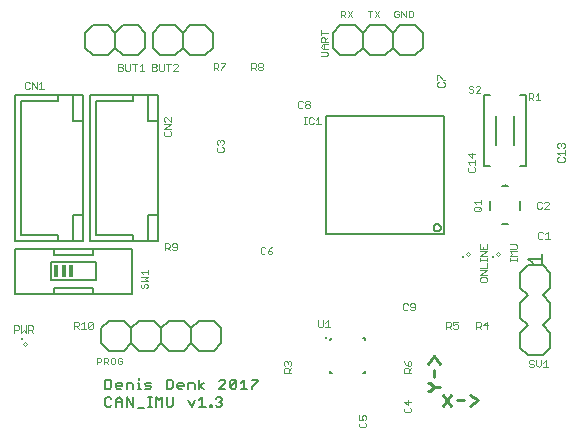
<source format=gbr>
G75*
%MOIN*%
%OFA0B0*%
%FSLAX25Y25*%
%IPPOS*%
%LPD*%
%AMOC8*
5,1,8,0,0,1.08239X$1,22.5*
%
%ADD10C,0.00800*%
%ADD11C,0.01100*%
%ADD12C,0.00400*%
%ADD13C,0.00200*%
%ADD14C,0.00500*%
%ADD15C,0.00000*%
%ADD16C,0.00250*%
%ADD17C,0.00984*%
%ADD18C,0.00600*%
%ADD19C,0.00300*%
%ADD20R,0.01500X0.04000*%
%ADD21C,0.00787*%
%ADD22C,0.01000*%
D10*
X0052950Y0017223D02*
X0053473Y0016700D01*
X0054520Y0016700D01*
X0055043Y0017223D01*
X0056575Y0016700D02*
X0056575Y0018793D01*
X0057622Y0019840D01*
X0058668Y0018793D01*
X0058668Y0016700D01*
X0060200Y0016700D02*
X0060200Y0019840D01*
X0062293Y0016700D01*
X0062293Y0019840D01*
X0062293Y0022606D02*
X0062293Y0024175D01*
X0061770Y0024699D01*
X0060200Y0024699D01*
X0060200Y0022606D01*
X0058668Y0023652D02*
X0056575Y0023652D01*
X0056575Y0023129D02*
X0056575Y0024175D01*
X0057098Y0024699D01*
X0058145Y0024699D01*
X0058668Y0024175D01*
X0058668Y0023652D01*
X0058145Y0022606D02*
X0057098Y0022606D01*
X0056575Y0023129D01*
X0055043Y0023129D02*
X0055043Y0025222D01*
X0054520Y0025745D01*
X0052950Y0025745D01*
X0052950Y0022606D01*
X0054520Y0022606D01*
X0055043Y0023129D01*
X0054520Y0019840D02*
X0053473Y0019840D01*
X0052950Y0019316D01*
X0052950Y0017223D01*
X0056575Y0018270D02*
X0058668Y0018270D01*
X0055043Y0019316D02*
X0054520Y0019840D01*
X0063825Y0022606D02*
X0064872Y0022606D01*
X0064349Y0022606D02*
X0064349Y0024699D01*
X0063825Y0024699D01*
X0064349Y0025745D02*
X0064349Y0026268D01*
X0066242Y0024175D02*
X0066765Y0024699D01*
X0068335Y0024699D01*
X0067812Y0023652D02*
X0068335Y0023129D01*
X0067812Y0022606D01*
X0066242Y0022606D01*
X0066765Y0023652D02*
X0066242Y0024175D01*
X0066765Y0023652D02*
X0067812Y0023652D01*
X0067974Y0019840D02*
X0067974Y0016700D01*
X0067451Y0016700D02*
X0068497Y0016700D01*
X0069867Y0016700D02*
X0069867Y0019840D01*
X0070914Y0018793D01*
X0071960Y0019840D01*
X0071960Y0016700D01*
X0073492Y0017223D02*
X0074016Y0016700D01*
X0075062Y0016700D01*
X0075586Y0017223D01*
X0075586Y0019840D01*
X0073492Y0019840D02*
X0073492Y0017223D01*
X0068497Y0019840D02*
X0067451Y0019840D01*
X0065919Y0016177D02*
X0063825Y0016177D01*
X0073492Y0022606D02*
X0075062Y0022606D01*
X0075586Y0023129D01*
X0075586Y0025222D01*
X0075062Y0025745D01*
X0073492Y0025745D01*
X0073492Y0022606D01*
X0077118Y0023129D02*
X0077118Y0024175D01*
X0077641Y0024699D01*
X0078687Y0024699D01*
X0079211Y0024175D01*
X0079211Y0023652D01*
X0077118Y0023652D01*
X0077118Y0023129D02*
X0077641Y0022606D01*
X0078687Y0022606D01*
X0080743Y0022606D02*
X0080743Y0024699D01*
X0082313Y0024699D01*
X0082836Y0024175D01*
X0082836Y0022606D01*
X0084368Y0022606D02*
X0084368Y0025745D01*
X0085938Y0024699D02*
X0084368Y0023652D01*
X0085938Y0022606D01*
X0085414Y0019840D02*
X0085414Y0016700D01*
X0084368Y0016700D02*
X0086461Y0016700D01*
X0087993Y0016700D02*
X0088516Y0016700D01*
X0088516Y0017223D01*
X0087993Y0017223D01*
X0087993Y0016700D01*
X0089806Y0017223D02*
X0090329Y0016700D01*
X0091375Y0016700D01*
X0091899Y0017223D01*
X0091899Y0017747D01*
X0091375Y0018270D01*
X0090852Y0018270D01*
X0091375Y0018270D02*
X0091899Y0018793D01*
X0091899Y0019316D01*
X0091375Y0019840D01*
X0090329Y0019840D01*
X0089806Y0019316D01*
X0091014Y0022606D02*
X0093107Y0024699D01*
X0093107Y0025222D01*
X0092584Y0025745D01*
X0091537Y0025745D01*
X0091014Y0025222D01*
X0094639Y0025222D02*
X0095162Y0025745D01*
X0096209Y0025745D01*
X0096732Y0025222D01*
X0094639Y0023129D01*
X0095162Y0022606D01*
X0096209Y0022606D01*
X0096732Y0023129D01*
X0096732Y0025222D01*
X0098264Y0024699D02*
X0099311Y0025745D01*
X0099311Y0022606D01*
X0100357Y0022606D02*
X0098264Y0022606D01*
X0101889Y0022606D02*
X0101889Y0023129D01*
X0103982Y0025222D01*
X0103982Y0025745D01*
X0101889Y0025745D01*
X0094639Y0025222D02*
X0094639Y0023129D01*
X0093107Y0022606D02*
X0091014Y0022606D01*
X0085414Y0019840D02*
X0084368Y0018793D01*
X0082836Y0018793D02*
X0081789Y0016700D01*
X0080743Y0018793D01*
X0179410Y0096989D02*
X0179410Y0120611D01*
X0181379Y0120611D01*
X0183347Y0113721D02*
X0183347Y0104076D01*
X0189253Y0103879D02*
X0189253Y0113721D01*
X0191221Y0120611D02*
X0193190Y0120611D01*
X0193190Y0096989D01*
X0191221Y0096989D01*
X0181379Y0096989D02*
X0179410Y0096989D01*
D11*
X0162548Y0033660D02*
X0164500Y0031058D01*
X0162548Y0029056D02*
X0162548Y0026454D01*
X0161247Y0024452D02*
X0160597Y0024452D01*
X0161247Y0024452D02*
X0162548Y0023151D01*
X0164500Y0023151D01*
X0162548Y0023151D02*
X0161247Y0021850D01*
X0160597Y0021850D01*
X0165538Y0020753D02*
X0168140Y0016850D01*
X0165538Y0016850D02*
X0168140Y0020753D01*
X0170142Y0018802D02*
X0172744Y0018802D01*
X0174746Y0016850D02*
X0177348Y0018802D01*
X0174746Y0020753D01*
X0160597Y0031058D02*
X0162548Y0033660D01*
D12*
X0076834Y0069301D02*
X0076834Y0070742D01*
X0076474Y0071102D01*
X0075754Y0071102D01*
X0075394Y0070742D01*
X0075394Y0070382D01*
X0075754Y0070021D01*
X0076834Y0070021D01*
X0076834Y0069301D02*
X0076474Y0068941D01*
X0075754Y0068941D01*
X0075394Y0069301D01*
X0074478Y0068941D02*
X0073758Y0069661D01*
X0074118Y0069661D02*
X0073037Y0069661D01*
X0073037Y0068941D02*
X0073037Y0071102D01*
X0074118Y0071102D01*
X0074478Y0070742D01*
X0074478Y0070021D01*
X0074118Y0069661D01*
X0131500Y0146500D02*
X0131500Y0148661D01*
X0132580Y0148661D01*
X0132941Y0148301D01*
X0132941Y0147580D01*
X0132580Y0147220D01*
X0131500Y0147220D01*
X0132220Y0147220D02*
X0132941Y0146500D01*
X0133856Y0146500D02*
X0135297Y0148661D01*
X0133856Y0148661D02*
X0135297Y0146500D01*
X0140537Y0148602D02*
X0141978Y0148602D01*
X0141258Y0148602D02*
X0141258Y0146441D01*
X0142894Y0146441D02*
X0144334Y0148602D01*
X0142894Y0148602D02*
X0144334Y0146441D01*
X0149431Y0146801D02*
X0149791Y0146441D01*
X0150511Y0146441D01*
X0150872Y0146801D01*
X0150872Y0147521D01*
X0150151Y0147521D01*
X0149431Y0148242D02*
X0149431Y0146801D01*
X0149431Y0148242D02*
X0149791Y0148602D01*
X0150511Y0148602D01*
X0150872Y0148242D01*
X0151787Y0148602D02*
X0153228Y0146441D01*
X0153228Y0148602D01*
X0154144Y0148602D02*
X0155224Y0148602D01*
X0155584Y0148242D01*
X0155584Y0146801D01*
X0155224Y0146441D01*
X0154144Y0146441D01*
X0154144Y0148602D01*
X0151787Y0148602D02*
X0151787Y0146441D01*
D13*
X0163780Y0127181D02*
X0164173Y0127181D01*
X0165747Y0125607D01*
X0166141Y0125607D01*
X0165747Y0124824D02*
X0166141Y0124431D01*
X0166141Y0123644D01*
X0165747Y0123250D01*
X0164173Y0123250D01*
X0163780Y0123644D01*
X0163780Y0124431D01*
X0164173Y0124824D01*
X0163780Y0125607D02*
X0163780Y0127181D01*
X0174187Y0123309D02*
X0174187Y0122915D01*
X0174581Y0122521D01*
X0175368Y0122521D01*
X0175761Y0122128D01*
X0175761Y0121734D01*
X0175368Y0121341D01*
X0174581Y0121341D01*
X0174187Y0121734D01*
X0174187Y0123309D02*
X0174581Y0123702D01*
X0175368Y0123702D01*
X0175761Y0123309D01*
X0176544Y0123309D02*
X0176937Y0123702D01*
X0177724Y0123702D01*
X0178118Y0123309D01*
X0178118Y0122915D01*
X0176544Y0121341D01*
X0178118Y0121341D01*
X0194187Y0121202D02*
X0194187Y0118841D01*
X0194187Y0119628D02*
X0195368Y0119628D01*
X0195761Y0120021D01*
X0195761Y0120809D01*
X0195368Y0121202D01*
X0194187Y0121202D01*
X0194974Y0119628D02*
X0195761Y0118841D01*
X0196544Y0118841D02*
X0198118Y0118841D01*
X0197331Y0118841D02*
X0197331Y0121202D01*
X0196544Y0120415D01*
X0204173Y0104537D02*
X0204567Y0104537D01*
X0204960Y0104144D01*
X0205354Y0104537D01*
X0205747Y0104537D01*
X0206141Y0104144D01*
X0206141Y0103357D01*
X0205747Y0102963D01*
X0206141Y0102181D02*
X0206141Y0100607D01*
X0206141Y0101394D02*
X0203780Y0101394D01*
X0204567Y0100607D01*
X0204173Y0099824D02*
X0203780Y0099431D01*
X0203780Y0098644D01*
X0204173Y0098250D01*
X0205747Y0098250D01*
X0206141Y0098644D01*
X0206141Y0099431D01*
X0205747Y0099824D01*
X0204173Y0102963D02*
X0203780Y0103357D01*
X0203780Y0104144D01*
X0204173Y0104537D01*
X0204960Y0104144D02*
X0204960Y0103750D01*
X0200537Y0085070D02*
X0199750Y0085070D01*
X0199357Y0084677D01*
X0198574Y0084677D02*
X0198181Y0085070D01*
X0197394Y0085070D01*
X0197000Y0084677D01*
X0197000Y0083103D01*
X0197394Y0082709D01*
X0198181Y0082709D01*
X0198574Y0083103D01*
X0199357Y0082709D02*
X0200931Y0084283D01*
X0200931Y0084677D01*
X0200537Y0085070D01*
X0200931Y0082709D02*
X0199357Y0082709D01*
X0198517Y0074893D02*
X0197730Y0074893D01*
X0197337Y0074499D01*
X0197337Y0072925D01*
X0197730Y0072532D01*
X0198517Y0072532D01*
X0198911Y0072925D01*
X0199693Y0072532D02*
X0201267Y0072532D01*
X0200480Y0072532D02*
X0200480Y0074893D01*
X0199693Y0074106D01*
X0198911Y0074499D02*
X0198517Y0074893D01*
X0190196Y0070411D02*
X0189803Y0070805D01*
X0187835Y0070805D01*
X0187835Y0069231D02*
X0189803Y0069231D01*
X0190196Y0069624D01*
X0190196Y0070411D01*
X0190196Y0068448D02*
X0187835Y0068448D01*
X0188622Y0067661D01*
X0187835Y0066874D01*
X0190196Y0066874D01*
X0190196Y0066090D02*
X0190196Y0065303D01*
X0190196Y0065697D02*
X0187835Y0065697D01*
X0187835Y0066090D02*
X0187835Y0065303D01*
X0180196Y0065303D02*
X0180196Y0066090D01*
X0180196Y0065697D02*
X0177835Y0065697D01*
X0177835Y0066090D02*
X0177835Y0065303D01*
X0177835Y0066874D02*
X0180196Y0068448D01*
X0177835Y0068448D01*
X0177835Y0069231D02*
X0180196Y0069231D01*
X0180196Y0070805D01*
X0179016Y0070018D02*
X0179016Y0069231D01*
X0177835Y0069231D02*
X0177835Y0070805D01*
X0177835Y0066874D02*
X0180196Y0066874D01*
X0180196Y0064521D02*
X0180196Y0062947D01*
X0177835Y0062947D01*
X0177835Y0062165D02*
X0180196Y0062165D01*
X0177835Y0060591D01*
X0180196Y0060591D01*
X0179803Y0059808D02*
X0178229Y0059808D01*
X0177835Y0059415D01*
X0177835Y0058628D01*
X0178229Y0058234D01*
X0179803Y0058234D01*
X0180196Y0058628D01*
X0180196Y0059415D01*
X0179803Y0059808D01*
X0180224Y0044952D02*
X0179044Y0043771D01*
X0180618Y0043771D01*
X0180224Y0042591D02*
X0180224Y0044952D01*
X0178261Y0044559D02*
X0178261Y0043771D01*
X0177868Y0043378D01*
X0176687Y0043378D01*
X0176687Y0042591D02*
X0176687Y0044952D01*
X0177868Y0044952D01*
X0178261Y0044559D01*
X0177474Y0043378D02*
X0178261Y0042591D01*
X0170618Y0042984D02*
X0170224Y0042591D01*
X0169437Y0042591D01*
X0169044Y0042984D01*
X0169044Y0043771D02*
X0169831Y0044165D01*
X0170224Y0044165D01*
X0170618Y0043771D01*
X0170618Y0042984D01*
X0169044Y0043771D02*
X0169044Y0044952D01*
X0170618Y0044952D01*
X0168261Y0044559D02*
X0168261Y0043771D01*
X0167868Y0043378D01*
X0166687Y0043378D01*
X0166687Y0042591D02*
X0166687Y0044952D01*
X0167868Y0044952D01*
X0168261Y0044559D01*
X0167474Y0043378D02*
X0168261Y0042591D01*
X0156267Y0049175D02*
X0156267Y0050749D01*
X0155874Y0051143D01*
X0155087Y0051143D01*
X0154693Y0050749D01*
X0154693Y0050356D01*
X0155087Y0049962D01*
X0156267Y0049962D01*
X0156267Y0049175D02*
X0155874Y0048782D01*
X0155087Y0048782D01*
X0154693Y0049175D01*
X0153911Y0049175D02*
X0153517Y0048782D01*
X0152730Y0048782D01*
X0152337Y0049175D01*
X0152337Y0050749D01*
X0152730Y0051143D01*
X0153517Y0051143D01*
X0153911Y0050749D01*
X0127988Y0043113D02*
X0126414Y0043113D01*
X0127201Y0043113D02*
X0127201Y0045474D01*
X0126414Y0044687D01*
X0125632Y0045474D02*
X0125632Y0043506D01*
X0125238Y0043113D01*
X0124451Y0043113D01*
X0124057Y0043506D01*
X0124057Y0045474D01*
X0114616Y0031868D02*
X0115009Y0031474D01*
X0115009Y0030687D01*
X0114616Y0030294D01*
X0115009Y0029511D02*
X0114222Y0028724D01*
X0114222Y0029118D02*
X0114222Y0027937D01*
X0115009Y0027937D02*
X0112648Y0027937D01*
X0112648Y0029118D01*
X0113041Y0029511D01*
X0113829Y0029511D01*
X0114222Y0029118D01*
X0113041Y0030294D02*
X0112648Y0030687D01*
X0112648Y0031474D01*
X0113041Y0031868D01*
X0113435Y0031868D01*
X0113829Y0031474D01*
X0114222Y0031868D01*
X0114616Y0031868D01*
X0113829Y0031474D02*
X0113829Y0031081D01*
X0137707Y0013767D02*
X0137707Y0012193D01*
X0138888Y0012193D01*
X0138494Y0012980D01*
X0138494Y0013374D01*
X0138888Y0013767D01*
X0139675Y0013767D01*
X0140068Y0013374D01*
X0140068Y0012587D01*
X0139675Y0012193D01*
X0139675Y0011411D02*
X0140068Y0011017D01*
X0140068Y0010230D01*
X0139675Y0009837D01*
X0138101Y0009837D01*
X0137707Y0010230D01*
X0137707Y0011017D01*
X0138101Y0011411D01*
X0152707Y0015230D02*
X0153101Y0014837D01*
X0154675Y0014837D01*
X0155068Y0015230D01*
X0155068Y0016017D01*
X0154675Y0016411D01*
X0153888Y0017193D02*
X0153888Y0018767D01*
X0155068Y0018374D02*
X0152707Y0018374D01*
X0153888Y0017193D01*
X0153101Y0016411D02*
X0152707Y0016017D01*
X0152707Y0015230D01*
X0152648Y0027937D02*
X0152648Y0029118D01*
X0153041Y0029511D01*
X0153829Y0029511D01*
X0154222Y0029118D01*
X0154222Y0027937D01*
X0155009Y0027937D02*
X0152648Y0027937D01*
X0154222Y0028724D02*
X0155009Y0029511D01*
X0154616Y0030294D02*
X0153829Y0030294D01*
X0153829Y0031474D01*
X0154222Y0031868D01*
X0154616Y0031868D01*
X0155009Y0031474D01*
X0155009Y0030687D01*
X0154616Y0030294D01*
X0153829Y0030294D02*
X0153041Y0031081D01*
X0152648Y0031868D01*
X0108767Y0067925D02*
X0108374Y0067532D01*
X0107587Y0067532D01*
X0107193Y0067925D01*
X0107193Y0068712D01*
X0108374Y0068712D01*
X0108767Y0068319D01*
X0108767Y0067925D01*
X0107980Y0069499D02*
X0107193Y0068712D01*
X0106411Y0067925D02*
X0106017Y0067532D01*
X0105230Y0067532D01*
X0104837Y0067925D01*
X0104837Y0069499D01*
X0105230Y0069893D01*
X0106017Y0069893D01*
X0106411Y0069499D01*
X0107980Y0069499D02*
X0108767Y0069893D01*
X0092116Y0101687D02*
X0092509Y0102081D01*
X0092509Y0102868D01*
X0092116Y0103261D01*
X0092116Y0104044D02*
X0092509Y0104437D01*
X0092509Y0105224D01*
X0092116Y0105618D01*
X0091722Y0105618D01*
X0091329Y0105224D01*
X0091329Y0104831D01*
X0091329Y0105224D02*
X0090935Y0105618D01*
X0090541Y0105618D01*
X0090148Y0105224D01*
X0090148Y0104437D01*
X0090541Y0104044D01*
X0090541Y0103261D02*
X0090148Y0102868D01*
X0090148Y0102081D01*
X0090541Y0101687D01*
X0092116Y0101687D01*
X0117337Y0116675D02*
X0117337Y0118249D01*
X0117730Y0118643D01*
X0118517Y0118643D01*
X0118911Y0118249D01*
X0119693Y0118249D02*
X0119693Y0117856D01*
X0120087Y0117462D01*
X0120874Y0117462D01*
X0121267Y0117069D01*
X0121267Y0116675D01*
X0120874Y0116282D01*
X0120087Y0116282D01*
X0119693Y0116675D01*
X0119693Y0117069D01*
X0120087Y0117462D01*
X0120874Y0117462D02*
X0121267Y0117856D01*
X0121267Y0118249D01*
X0120874Y0118643D01*
X0120087Y0118643D01*
X0119693Y0118249D01*
X0118911Y0116675D02*
X0118517Y0116282D01*
X0117730Y0116282D01*
X0117337Y0116675D01*
X0119349Y0113131D02*
X0120136Y0113131D01*
X0119742Y0113131D02*
X0119742Y0110770D01*
X0119349Y0110770D02*
X0120136Y0110770D01*
X0120920Y0111164D02*
X0121313Y0110770D01*
X0122100Y0110770D01*
X0122494Y0111164D01*
X0123276Y0110770D02*
X0124850Y0110770D01*
X0124063Y0110770D02*
X0124063Y0113131D01*
X0123276Y0112344D01*
X0122494Y0112738D02*
X0122100Y0113131D01*
X0121313Y0113131D01*
X0120920Y0112738D01*
X0120920Y0111164D01*
X0105224Y0128841D02*
X0104437Y0128841D01*
X0104044Y0129234D01*
X0104044Y0129628D01*
X0104437Y0130021D01*
X0105224Y0130021D01*
X0105618Y0129628D01*
X0105618Y0129234D01*
X0105224Y0128841D01*
X0105224Y0130021D02*
X0105618Y0130415D01*
X0105618Y0130809D01*
X0105224Y0131202D01*
X0104437Y0131202D01*
X0104044Y0130809D01*
X0104044Y0130415D01*
X0104437Y0130021D01*
X0103261Y0130021D02*
X0103261Y0130809D01*
X0102868Y0131202D01*
X0101687Y0131202D01*
X0101687Y0128841D01*
X0101687Y0129628D02*
X0102868Y0129628D01*
X0103261Y0130021D01*
X0102474Y0129628D02*
X0103261Y0128841D01*
X0093118Y0130809D02*
X0091544Y0129234D01*
X0091544Y0128841D01*
X0090761Y0128841D02*
X0089974Y0129628D01*
X0090368Y0129628D02*
X0089187Y0129628D01*
X0089187Y0128841D02*
X0089187Y0131202D01*
X0090368Y0131202D01*
X0090761Y0130809D01*
X0090761Y0130021D01*
X0090368Y0129628D01*
X0091544Y0131202D02*
X0093118Y0131202D01*
X0093118Y0130809D01*
X0173957Y0100874D02*
X0175138Y0099693D01*
X0175138Y0101267D01*
X0176318Y0100874D02*
X0173957Y0100874D01*
X0173957Y0098124D02*
X0176318Y0098124D01*
X0176318Y0097337D02*
X0176318Y0098911D01*
X0174744Y0097337D02*
X0173957Y0098124D01*
X0174351Y0096555D02*
X0173957Y0096161D01*
X0173957Y0095374D01*
X0174351Y0094981D01*
X0175925Y0094981D01*
X0176318Y0095374D01*
X0176318Y0096161D01*
X0175925Y0096555D01*
X0178257Y0085744D02*
X0178257Y0084170D01*
X0178257Y0083387D02*
X0177470Y0082600D01*
X0178257Y0082207D02*
X0177864Y0081813D01*
X0176290Y0081813D01*
X0175896Y0082207D01*
X0175896Y0082994D01*
X0176290Y0083387D01*
X0177864Y0083387D01*
X0178257Y0082994D01*
X0178257Y0082207D01*
X0176683Y0084170D02*
X0175896Y0084957D01*
X0178257Y0084957D01*
X0048937Y0044618D02*
X0048937Y0043044D01*
X0048543Y0042650D01*
X0047756Y0042650D01*
X0047363Y0043044D01*
X0048937Y0044618D01*
X0048543Y0045011D01*
X0047756Y0045011D01*
X0047363Y0044618D01*
X0047363Y0043044D01*
X0046580Y0042650D02*
X0045006Y0042650D01*
X0044224Y0042650D02*
X0043437Y0043437D01*
X0043831Y0043437D02*
X0042650Y0043437D01*
X0042650Y0042650D02*
X0042650Y0045011D01*
X0043831Y0045011D01*
X0044224Y0044618D01*
X0044224Y0043831D01*
X0043831Y0043437D01*
X0045006Y0044224D02*
X0045793Y0045011D01*
X0045793Y0042650D01*
X0028937Y0042581D02*
X0028543Y0042187D01*
X0027363Y0042187D01*
X0028150Y0042187D02*
X0028937Y0041400D01*
X0028937Y0042581D02*
X0028937Y0043368D01*
X0028543Y0043761D01*
X0027363Y0043761D01*
X0027363Y0041400D01*
X0026580Y0041400D02*
X0026580Y0043761D01*
X0025006Y0043761D02*
X0025006Y0041400D01*
X0025793Y0042187D01*
X0026580Y0041400D01*
X0024224Y0042581D02*
X0023831Y0042187D01*
X0022650Y0042187D01*
X0022650Y0041400D02*
X0022650Y0043761D01*
X0023831Y0043761D01*
X0024224Y0043368D01*
X0024224Y0042581D01*
D14*
X0126615Y0074115D02*
X0126615Y0113485D01*
X0165985Y0113485D01*
X0165985Y0074115D01*
X0126615Y0074115D01*
X0162536Y0076398D02*
X0162538Y0076467D01*
X0162544Y0076535D01*
X0162554Y0076603D01*
X0162567Y0076671D01*
X0162585Y0076737D01*
X0162606Y0076803D01*
X0162631Y0076867D01*
X0162660Y0076930D01*
X0162692Y0076991D01*
X0162727Y0077049D01*
X0162766Y0077106D01*
X0162808Y0077161D01*
X0162853Y0077213D01*
X0162901Y0077262D01*
X0162952Y0077309D01*
X0163005Y0077352D01*
X0163061Y0077393D01*
X0163119Y0077430D01*
X0163179Y0077464D01*
X0163240Y0077494D01*
X0163304Y0077521D01*
X0163369Y0077544D01*
X0163435Y0077563D01*
X0163502Y0077579D01*
X0163570Y0077591D01*
X0163638Y0077599D01*
X0163707Y0077603D01*
X0163775Y0077603D01*
X0163844Y0077599D01*
X0163912Y0077591D01*
X0163980Y0077579D01*
X0164047Y0077563D01*
X0164113Y0077544D01*
X0164178Y0077521D01*
X0164242Y0077494D01*
X0164303Y0077464D01*
X0164363Y0077430D01*
X0164421Y0077393D01*
X0164477Y0077352D01*
X0164530Y0077309D01*
X0164581Y0077262D01*
X0164629Y0077213D01*
X0164674Y0077161D01*
X0164716Y0077106D01*
X0164755Y0077049D01*
X0164790Y0076991D01*
X0164822Y0076930D01*
X0164851Y0076867D01*
X0164876Y0076803D01*
X0164897Y0076737D01*
X0164915Y0076671D01*
X0164928Y0076603D01*
X0164938Y0076535D01*
X0164944Y0076467D01*
X0164946Y0076398D01*
X0164944Y0076329D01*
X0164938Y0076261D01*
X0164928Y0076193D01*
X0164915Y0076125D01*
X0164897Y0076059D01*
X0164876Y0075993D01*
X0164851Y0075929D01*
X0164822Y0075866D01*
X0164790Y0075805D01*
X0164755Y0075747D01*
X0164716Y0075690D01*
X0164674Y0075635D01*
X0164629Y0075583D01*
X0164581Y0075534D01*
X0164530Y0075487D01*
X0164477Y0075444D01*
X0164421Y0075403D01*
X0164363Y0075366D01*
X0164303Y0075332D01*
X0164242Y0075302D01*
X0164178Y0075275D01*
X0164113Y0075252D01*
X0164047Y0075233D01*
X0163980Y0075217D01*
X0163912Y0075205D01*
X0163844Y0075197D01*
X0163775Y0075193D01*
X0163707Y0075193D01*
X0163638Y0075197D01*
X0163570Y0075205D01*
X0163502Y0075217D01*
X0163435Y0075233D01*
X0163369Y0075252D01*
X0163304Y0075275D01*
X0163240Y0075302D01*
X0163179Y0075332D01*
X0163119Y0075366D01*
X0163061Y0075403D01*
X0163005Y0075444D01*
X0162952Y0075487D01*
X0162901Y0075534D01*
X0162853Y0075583D01*
X0162808Y0075635D01*
X0162766Y0075690D01*
X0162727Y0075747D01*
X0162692Y0075805D01*
X0162660Y0075866D01*
X0162631Y0075929D01*
X0162606Y0075993D01*
X0162585Y0076059D01*
X0162567Y0076125D01*
X0162554Y0076193D01*
X0162544Y0076261D01*
X0162538Y0076329D01*
X0162536Y0076398D01*
X0181379Y0082225D02*
X0181379Y0085375D01*
X0185316Y0090099D02*
X0186300Y0090099D01*
X0187284Y0090099D01*
X0191221Y0085375D02*
X0191221Y0082225D01*
X0187284Y0077501D02*
X0185316Y0077501D01*
X0198550Y0067449D02*
X0198550Y0064446D01*
X0198550Y0065947D02*
X0194046Y0065947D01*
X0195547Y0064446D01*
D15*
X0186300Y0090099D02*
X0186300Y0091083D01*
D16*
X0183800Y0068141D02*
X0184489Y0067452D01*
X0183898Y0066861D01*
X0183209Y0067550D01*
X0183800Y0068141D01*
X0174489Y0067452D02*
X0173898Y0066861D01*
X0173209Y0067550D01*
X0173800Y0068141D01*
X0174489Y0067452D01*
X0026891Y0037550D02*
X0026202Y0036861D01*
X0025611Y0037452D01*
X0026300Y0038141D01*
X0026891Y0037550D01*
D17*
X0025217Y0039125D03*
X0172225Y0066467D03*
X0182225Y0066467D03*
D18*
X0191300Y0061300D02*
X0191300Y0056300D01*
X0193800Y0053800D01*
X0191300Y0051300D01*
X0191300Y0046300D01*
X0193800Y0043800D01*
X0191300Y0041300D01*
X0191300Y0036300D01*
X0193800Y0033800D01*
X0198800Y0033800D01*
X0201300Y0036300D01*
X0201300Y0041300D01*
X0198800Y0043800D01*
X0201300Y0046300D01*
X0201300Y0051300D01*
X0198800Y0053800D01*
X0201300Y0056300D01*
X0201300Y0061300D01*
X0198800Y0063800D01*
X0193800Y0063800D01*
X0191300Y0061300D01*
X0091635Y0042894D02*
X0091635Y0037894D01*
X0089135Y0035394D01*
X0084135Y0035394D01*
X0081635Y0037894D01*
X0079135Y0035394D01*
X0074135Y0035394D01*
X0071635Y0037894D01*
X0071635Y0042894D01*
X0074135Y0045394D01*
X0079135Y0045394D01*
X0081635Y0042894D01*
X0084135Y0045394D01*
X0089135Y0045394D01*
X0091635Y0042894D01*
X0081635Y0042894D02*
X0081635Y0037894D01*
X0071635Y0037894D02*
X0069135Y0035394D01*
X0064135Y0035394D01*
X0061635Y0037894D01*
X0059135Y0035394D01*
X0054135Y0035394D01*
X0051635Y0037894D01*
X0051635Y0042894D01*
X0054135Y0045394D01*
X0059135Y0045394D01*
X0061635Y0042894D01*
X0064135Y0045394D01*
X0069135Y0045394D01*
X0071635Y0042894D01*
X0061635Y0042894D02*
X0061635Y0037894D01*
X0061981Y0054371D02*
X0048981Y0054371D01*
X0035981Y0054371D01*
X0035981Y0056371D01*
X0048981Y0056371D01*
X0048981Y0054371D01*
X0049981Y0058871D02*
X0034981Y0058871D01*
X0034981Y0064871D01*
X0049981Y0064871D01*
X0049981Y0058871D01*
X0048981Y0067371D02*
X0048981Y0069371D01*
X0035981Y0069371D01*
X0022981Y0069371D01*
X0022981Y0054371D01*
X0035981Y0054371D01*
X0035981Y0067371D02*
X0048981Y0067371D01*
X0048981Y0069371D02*
X0061981Y0069371D01*
X0061981Y0054371D01*
X0062284Y0071891D02*
X0047914Y0071891D01*
X0047914Y0120709D01*
X0062284Y0120709D01*
X0062284Y0118643D01*
X0049981Y0118643D01*
X0049981Y0073957D01*
X0062284Y0073957D01*
X0062284Y0071891D01*
X0067402Y0071891D01*
X0067402Y0080670D01*
X0070552Y0080670D01*
X0070552Y0071891D01*
X0067402Y0071891D01*
X0070552Y0080670D02*
X0070552Y0111930D01*
X0067402Y0111930D01*
X0067402Y0120709D01*
X0062284Y0120709D01*
X0067402Y0120709D02*
X0070552Y0120709D01*
X0070552Y0111930D01*
X0045552Y0111930D02*
X0042402Y0111930D01*
X0042402Y0120709D01*
X0037284Y0120709D01*
X0037284Y0118643D01*
X0024981Y0118643D01*
X0024981Y0073957D01*
X0037284Y0073957D01*
X0037284Y0071891D01*
X0022914Y0071891D01*
X0022914Y0120709D01*
X0037284Y0120709D01*
X0042402Y0120709D02*
X0045552Y0120709D01*
X0045552Y0111930D01*
X0045552Y0080670D01*
X0042402Y0080670D01*
X0042402Y0071891D01*
X0037284Y0071891D01*
X0035981Y0069371D02*
X0035981Y0067371D01*
X0042402Y0071891D02*
X0045552Y0071891D01*
X0045552Y0080670D01*
X0048800Y0133800D02*
X0053800Y0133800D01*
X0056300Y0136300D01*
X0058800Y0133800D01*
X0063800Y0133800D01*
X0066300Y0136300D01*
X0066300Y0141300D01*
X0063800Y0143800D01*
X0058800Y0143800D01*
X0056300Y0141300D01*
X0056300Y0136300D01*
X0056300Y0141300D02*
X0053800Y0143800D01*
X0048800Y0143800D01*
X0046300Y0141300D01*
X0046300Y0136300D01*
X0048800Y0133800D01*
X0068800Y0136300D02*
X0071300Y0133800D01*
X0076300Y0133800D01*
X0078800Y0136300D01*
X0081300Y0133800D01*
X0086300Y0133800D01*
X0088800Y0136300D01*
X0088800Y0141300D01*
X0086300Y0143800D01*
X0081300Y0143800D01*
X0078800Y0141300D01*
X0078800Y0136300D01*
X0078800Y0141300D02*
X0076300Y0143800D01*
X0071300Y0143800D01*
X0068800Y0141300D01*
X0068800Y0136300D01*
X0128800Y0136300D02*
X0128800Y0141300D01*
X0131300Y0143800D01*
X0136300Y0143800D01*
X0138800Y0141300D01*
X0141300Y0143800D01*
X0146300Y0143800D01*
X0148800Y0141300D01*
X0151300Y0143800D01*
X0156300Y0143800D01*
X0158800Y0141300D01*
X0158800Y0136300D01*
X0156300Y0133800D01*
X0151300Y0133800D01*
X0148800Y0136300D01*
X0146300Y0133800D01*
X0141300Y0133800D01*
X0138800Y0136300D01*
X0136300Y0133800D01*
X0131300Y0133800D01*
X0128800Y0136300D01*
X0138800Y0136300D02*
X0138800Y0141300D01*
X0148800Y0141300D02*
X0148800Y0136300D01*
D19*
X0050159Y0033046D02*
X0050159Y0030785D01*
X0050159Y0031539D02*
X0051290Y0031539D01*
X0051667Y0031916D01*
X0051667Y0032670D01*
X0051290Y0033046D01*
X0050159Y0033046D01*
X0052516Y0033046D02*
X0052516Y0030785D01*
X0052516Y0031539D02*
X0053646Y0031539D01*
X0054023Y0031916D01*
X0054023Y0032670D01*
X0053646Y0033046D01*
X0052516Y0033046D01*
X0053269Y0031539D02*
X0054023Y0030785D01*
X0054872Y0031162D02*
X0054872Y0032670D01*
X0055249Y0033046D01*
X0056002Y0033046D01*
X0056379Y0032670D01*
X0056379Y0031162D01*
X0056002Y0030785D01*
X0055249Y0030785D01*
X0054872Y0031162D01*
X0057228Y0031162D02*
X0057228Y0032670D01*
X0057605Y0033046D01*
X0058359Y0033046D01*
X0058736Y0032670D01*
X0058736Y0031916D02*
X0057982Y0031916D01*
X0058736Y0031916D02*
X0058736Y0031162D01*
X0058359Y0030785D01*
X0057605Y0030785D01*
X0057228Y0031162D01*
X0065256Y0056202D02*
X0065633Y0056202D01*
X0066010Y0056579D01*
X0066010Y0057332D01*
X0066387Y0057709D01*
X0066763Y0057709D01*
X0067140Y0057332D01*
X0067140Y0056579D01*
X0066763Y0056202D01*
X0065256Y0056202D02*
X0064879Y0056579D01*
X0064879Y0057332D01*
X0065256Y0057709D01*
X0064879Y0058558D02*
X0067140Y0058558D01*
X0066387Y0059312D01*
X0067140Y0060065D01*
X0064879Y0060065D01*
X0065633Y0060915D02*
X0064879Y0061668D01*
X0067140Y0061668D01*
X0067140Y0060915D02*
X0067140Y0062422D01*
X0072986Y0107041D02*
X0074494Y0107041D01*
X0074870Y0107417D01*
X0074870Y0108171D01*
X0074494Y0108548D01*
X0074870Y0109397D02*
X0072609Y0109397D01*
X0074870Y0110904D01*
X0072609Y0110904D01*
X0072986Y0111753D02*
X0072609Y0112130D01*
X0072609Y0112884D01*
X0072986Y0113261D01*
X0073363Y0113261D01*
X0074870Y0111753D01*
X0074870Y0113261D01*
X0072986Y0108548D02*
X0072609Y0108171D01*
X0072609Y0107417D01*
X0072986Y0107041D01*
X0072137Y0128650D02*
X0072514Y0129027D01*
X0072514Y0130911D01*
X0073363Y0130911D02*
X0074870Y0130911D01*
X0074116Y0130911D02*
X0074116Y0128650D01*
X0075719Y0128650D02*
X0077226Y0130157D01*
X0077226Y0130534D01*
X0076849Y0130911D01*
X0076096Y0130911D01*
X0075719Y0130534D01*
X0075719Y0128650D02*
X0077226Y0128650D01*
X0072137Y0128650D02*
X0071383Y0128650D01*
X0071006Y0129027D01*
X0071006Y0130911D01*
X0070157Y0130534D02*
X0070157Y0130157D01*
X0069780Y0129780D01*
X0068650Y0129780D01*
X0068650Y0128650D02*
X0069780Y0128650D01*
X0070157Y0129027D01*
X0070157Y0129404D01*
X0069780Y0129780D01*
X0070157Y0130534D02*
X0069780Y0130911D01*
X0068650Y0130911D01*
X0068650Y0128650D01*
X0065976Y0128650D02*
X0064469Y0128650D01*
X0065223Y0128650D02*
X0065223Y0130911D01*
X0064469Y0130157D01*
X0063620Y0130911D02*
X0062113Y0130911D01*
X0062866Y0130911D02*
X0062866Y0128650D01*
X0061264Y0129027D02*
X0061264Y0130911D01*
X0059756Y0130911D02*
X0059756Y0129027D01*
X0060133Y0128650D01*
X0060887Y0128650D01*
X0061264Y0129027D01*
X0058907Y0129027D02*
X0058907Y0129404D01*
X0058530Y0129780D01*
X0057400Y0129780D01*
X0057400Y0128650D02*
X0058530Y0128650D01*
X0058907Y0129027D01*
X0058530Y0129780D02*
X0058907Y0130157D01*
X0058907Y0130534D01*
X0058530Y0130911D01*
X0057400Y0130911D01*
X0057400Y0128650D01*
X0032510Y0122611D02*
X0031003Y0122611D01*
X0031757Y0122611D02*
X0031757Y0124872D01*
X0031003Y0124119D01*
X0030154Y0124872D02*
X0030154Y0122611D01*
X0028647Y0124872D01*
X0028647Y0122611D01*
X0027798Y0122988D02*
X0027421Y0122611D01*
X0026667Y0122611D01*
X0026290Y0122988D01*
X0026290Y0124496D01*
X0026667Y0124872D01*
X0027421Y0124872D01*
X0027798Y0124496D01*
X0124898Y0133575D02*
X0126782Y0133575D01*
X0127159Y0133951D01*
X0127159Y0134705D01*
X0126782Y0135082D01*
X0124898Y0135082D01*
X0125652Y0135931D02*
X0124898Y0136685D01*
X0125652Y0137438D01*
X0127159Y0137438D01*
X0127159Y0138287D02*
X0124898Y0138287D01*
X0124898Y0139418D01*
X0125275Y0139795D01*
X0126029Y0139795D01*
X0126405Y0139418D01*
X0126405Y0138287D01*
X0126405Y0139041D02*
X0127159Y0139795D01*
X0127159Y0141397D02*
X0124898Y0141397D01*
X0124898Y0140644D02*
X0124898Y0142151D01*
X0126029Y0137438D02*
X0126029Y0135931D01*
X0125652Y0135931D02*
X0127159Y0135931D01*
X0194758Y0032152D02*
X0194381Y0031775D01*
X0194381Y0031398D01*
X0194758Y0031021D01*
X0195511Y0031021D01*
X0195888Y0030645D01*
X0195888Y0030268D01*
X0195511Y0029891D01*
X0194758Y0029891D01*
X0194381Y0030268D01*
X0194758Y0032152D02*
X0195511Y0032152D01*
X0195888Y0031775D01*
X0196737Y0032152D02*
X0196737Y0030645D01*
X0197491Y0029891D01*
X0198245Y0030645D01*
X0198245Y0032152D01*
X0199094Y0031398D02*
X0199847Y0032152D01*
X0199847Y0029891D01*
X0199094Y0029891D02*
X0200601Y0029891D01*
D20*
X0041731Y0061871D03*
X0039231Y0061871D03*
X0036731Y0061871D03*
D21*
X0127894Y0038918D02*
X0128682Y0039706D01*
X0138918Y0039706D02*
X0139706Y0039706D01*
X0139706Y0038918D01*
X0139706Y0028682D02*
X0139706Y0027894D01*
X0138918Y0027894D01*
X0128682Y0027894D02*
X0127894Y0027894D01*
X0127894Y0028682D01*
D22*
X0126713Y0039706D03*
M02*

</source>
